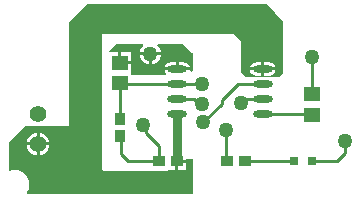
<source format=gtl>
G04*
G04 #@! TF.GenerationSoftware,Altium Limited,Altium Designer,21.5.1 (32)*
G04*
G04 Layer_Physical_Order=1*
G04 Layer_Color=255*
%FSLAX25Y25*%
%MOIN*%
G70*
G04*
G04 #@! TF.SameCoordinates,CCD3DE6C-E2ED-4FCE-8E5A-4F3322D5B5BE*
G04*
G04*
G04 #@! TF.FilePolarity,Positive*
G04*
G01*
G75*
%ADD14C,0.01000*%
%ADD15O,0.06496X0.02362*%
%ADD16R,0.03937X0.03740*%
%ADD17R,0.05512X0.04724*%
%ADD18R,0.03740X0.03937*%
%ADD19R,0.03150X0.03150*%
%ADD28C,0.02953*%
%ADD29C,0.05512*%
%ADD30C,0.05000*%
G36*
X170079Y162205D02*
X170472D01*
Y156299D01*
X169995Y155822D01*
X169882Y155836D01*
X169612Y156213D01*
X165256D01*
X161065D01*
X161134Y155862D01*
X161560Y155224D01*
X161407Y154724D01*
X149819D01*
Y158358D01*
X146063D01*
Y158858D01*
X145563D01*
Y162221D01*
X142849D01*
X142642Y162721D01*
X144882Y164961D01*
X153833D01*
X154003Y164461D01*
X153803Y164307D01*
X153242Y163576D01*
X152889Y162725D01*
X152835Y162311D01*
X159764D01*
X159709Y162725D01*
X159356Y163576D01*
X158795Y164307D01*
X158596Y164461D01*
X158765Y164961D01*
X167323D01*
X170079Y162205D01*
D02*
G37*
G36*
X200394Y172539D02*
X200394Y155118D01*
X199213Y153937D01*
X188189D01*
X186614Y155512D01*
Y166142D01*
X184252Y168504D01*
X140157D01*
Y123228D01*
X140551Y122835D01*
X162205D01*
Y123114D01*
X164657D01*
Y125984D01*
X165157D01*
Y126484D01*
X168126D01*
Y126772D01*
X170472D01*
Y114961D01*
X115395D01*
X115174Y115409D01*
X115336Y115620D01*
X115833Y116821D01*
X116003Y118110D01*
X115833Y119399D01*
X115336Y120600D01*
X114545Y121631D01*
X113513Y122423D01*
X112312Y122920D01*
X111024Y123090D01*
X109735Y122920D01*
X109471Y122811D01*
X109055Y123089D01*
X109055Y132283D01*
X114567Y137795D01*
X129134D01*
Y172441D01*
X135039Y178347D01*
X195149D01*
X200394Y172539D01*
D02*
G37*
%LPC*%
G36*
X149819Y162221D02*
X146563D01*
Y159358D01*
X149819D01*
Y162221D01*
D02*
G37*
G36*
X159764Y161311D02*
X156799D01*
Y158347D01*
X157213Y158401D01*
X158064Y158754D01*
X158795Y159315D01*
X159356Y160046D01*
X159709Y160897D01*
X159764Y161311D01*
D02*
G37*
G36*
X155799D02*
X152835D01*
X152889Y160897D01*
X153242Y160046D01*
X153803Y159315D01*
X154534Y158754D01*
X155385Y158401D01*
X155799Y158347D01*
Y161311D01*
D02*
G37*
G36*
X167323Y158936D02*
X165756D01*
Y157213D01*
X169447D01*
X169377Y157564D01*
X168895Y158285D01*
X168174Y158767D01*
X167323Y158936D01*
D02*
G37*
G36*
X164756D02*
X163189D01*
X162338Y158767D01*
X161617Y158285D01*
X161134Y157564D01*
X161065Y157213D01*
X164756D01*
Y158936D01*
D02*
G37*
G36*
X195866D02*
X194299D01*
Y157213D01*
X197991D01*
X197921Y157564D01*
X197439Y158285D01*
X196717Y158767D01*
X195866Y158936D01*
D02*
G37*
G36*
X193299D02*
X191732D01*
X190881Y158767D01*
X190160Y158285D01*
X189678Y157564D01*
X189608Y157213D01*
X193299D01*
Y158936D01*
D02*
G37*
G36*
X197991Y156213D02*
X194299D01*
Y154489D01*
X195866D01*
X196717Y154658D01*
X197439Y155140D01*
X197921Y155862D01*
X197991Y156213D01*
D02*
G37*
G36*
X193299D02*
X189608D01*
X189678Y155862D01*
X190160Y155140D01*
X190881Y154658D01*
X191732Y154489D01*
X193299D01*
Y156213D01*
D02*
G37*
G36*
X119398Y135455D02*
Y132232D01*
X122620D01*
X122557Y132713D01*
X122178Y133626D01*
X121576Y134411D01*
X120792Y135013D01*
X119878Y135391D01*
X119398Y135455D01*
D02*
G37*
G36*
X118398D02*
X117917Y135391D01*
X117004Y135013D01*
X116219Y134411D01*
X115617Y133626D01*
X115238Y132713D01*
X115175Y132232D01*
X118398D01*
Y135455D01*
D02*
G37*
G36*
X122620Y131232D02*
X119398D01*
Y128010D01*
X119878Y128073D01*
X120792Y128452D01*
X121576Y129053D01*
X122178Y129838D01*
X122557Y130752D01*
X122620Y131232D01*
D02*
G37*
G36*
X118398D02*
X115175D01*
X115238Y130752D01*
X115617Y129838D01*
X116219Y129053D01*
X117004Y128452D01*
X117917Y128073D01*
X118398Y128010D01*
Y131232D01*
D02*
G37*
G36*
X168126Y125484D02*
X165657D01*
Y123114D01*
X168126D01*
Y125484D01*
D02*
G37*
%LPD*%
D14*
X165256Y140945D02*
Y141713D01*
X174016Y138976D02*
X180176Y145137D01*
X186614Y145276D02*
X188051Y146713D01*
X172297Y145178D02*
X173379D01*
X218664Y125984D02*
X221260Y128580D01*
Y132677D01*
X210236Y125984D02*
X218664D01*
X163689Y157342D02*
X164318Y156713D01*
X165256D01*
X210236Y148228D02*
Y160630D01*
X159153Y125984D02*
Y131004D01*
X154702Y135455D02*
Y137424D01*
X153937Y138189D02*
X154702Y137424D01*
Y135455D02*
X159153Y131004D01*
X180176Y146318D02*
X185571Y151713D01*
X180176Y145137D02*
Y146318D01*
X165157Y125984D02*
X165256Y126083D01*
X170762Y146713D02*
X172297Y145178D01*
X185571Y151713D02*
X193799D01*
X165256D02*
X173484D01*
X173622Y151575D01*
X146063Y140157D02*
Y152165D01*
X165256Y146713D02*
X170762D01*
X148819Y125984D02*
X159252D01*
X165256Y141713D02*
X165709D01*
X188051Y146713D02*
X193799D01*
X181496Y126378D02*
X181890Y125984D01*
X181496Y126378D02*
Y136221D01*
X187795Y125984D02*
X204331D01*
X193799Y141713D02*
X210059D01*
X210236Y141535D01*
X146457Y128347D02*
X148819Y125984D01*
X146457Y128347D02*
Y133858D01*
X146063Y134252D02*
X146457Y133858D01*
X146063Y152165D02*
X146516Y151713D01*
X165256D01*
D15*
Y156713D02*
D03*
Y151713D02*
D03*
Y146713D02*
D03*
Y141713D02*
D03*
X193799Y156713D02*
D03*
Y151713D02*
D03*
Y146713D02*
D03*
Y141713D02*
D03*
D16*
X159252Y125984D02*
D03*
X165157D02*
D03*
X187795D02*
D03*
X181890D02*
D03*
D17*
X146063Y158858D02*
D03*
Y152165D02*
D03*
X210236Y148228D02*
D03*
Y141535D02*
D03*
D18*
X146063Y140157D02*
D03*
Y134252D02*
D03*
D19*
X204331Y125984D02*
D03*
X210236D02*
D03*
D28*
X165157Y140847D02*
X165256Y140945D01*
X165157Y125984D02*
Y140847D01*
D29*
X118898Y131732D02*
D03*
Y141732D02*
D03*
D30*
X174016Y138976D02*
D03*
X186614Y145276D02*
D03*
X173379Y145178D02*
D03*
X221260Y132677D02*
D03*
X210236Y160630D02*
D03*
X156299Y161811D02*
D03*
X153937Y138189D02*
D03*
X173622Y151575D02*
D03*
X181496Y136221D02*
D03*
M02*

</source>
